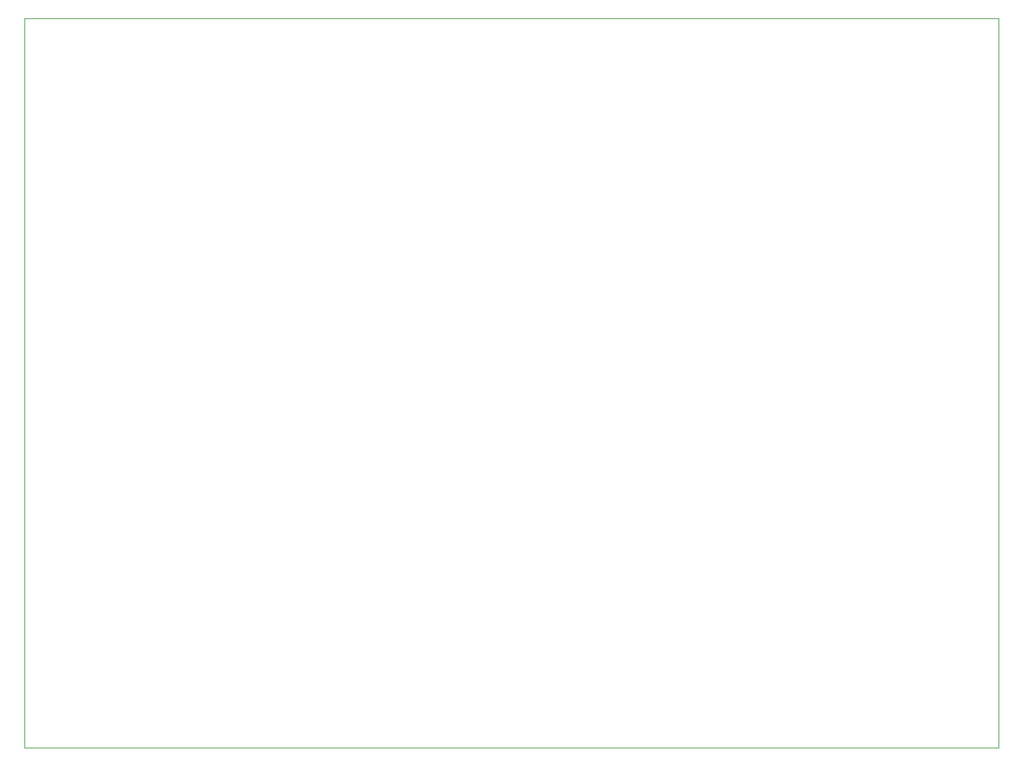
<source format=gbr>
G04 #@! TF.GenerationSoftware,KiCad,Pcbnew,5.1.5-52549c5~84~ubuntu18.04.1*
G04 #@! TF.CreationDate,2020-01-05T00:06:14+01:00*
G04 #@! TF.ProjectId,PCB,5043422e-6b69-4636-9164-5f7063625858,rev?*
G04 #@! TF.SameCoordinates,Original*
G04 #@! TF.FileFunction,Profile,NP*
%FSLAX46Y46*%
G04 Gerber Fmt 4.6, Leading zero omitted, Abs format (unit mm)*
G04 Created by KiCad (PCBNEW 5.1.5-52549c5~84~ubuntu18.04.1) date 2020-01-05 00:06:14*
%MOMM*%
%LPD*%
G04 APERTURE LIST*
%ADD10C,0.050000*%
G04 APERTURE END LIST*
D10*
X86614000Y-45974000D02*
X208026000Y-45974000D01*
X208026000Y-45974000D02*
X208026000Y-56134000D01*
X86614000Y-56134000D02*
X86614000Y-45974000D01*
X208026000Y-136906000D02*
X86614000Y-136906000D01*
X208026000Y-56134000D02*
X208026000Y-136906000D01*
X86614000Y-136906000D02*
X86614000Y-56134000D01*
M02*

</source>
